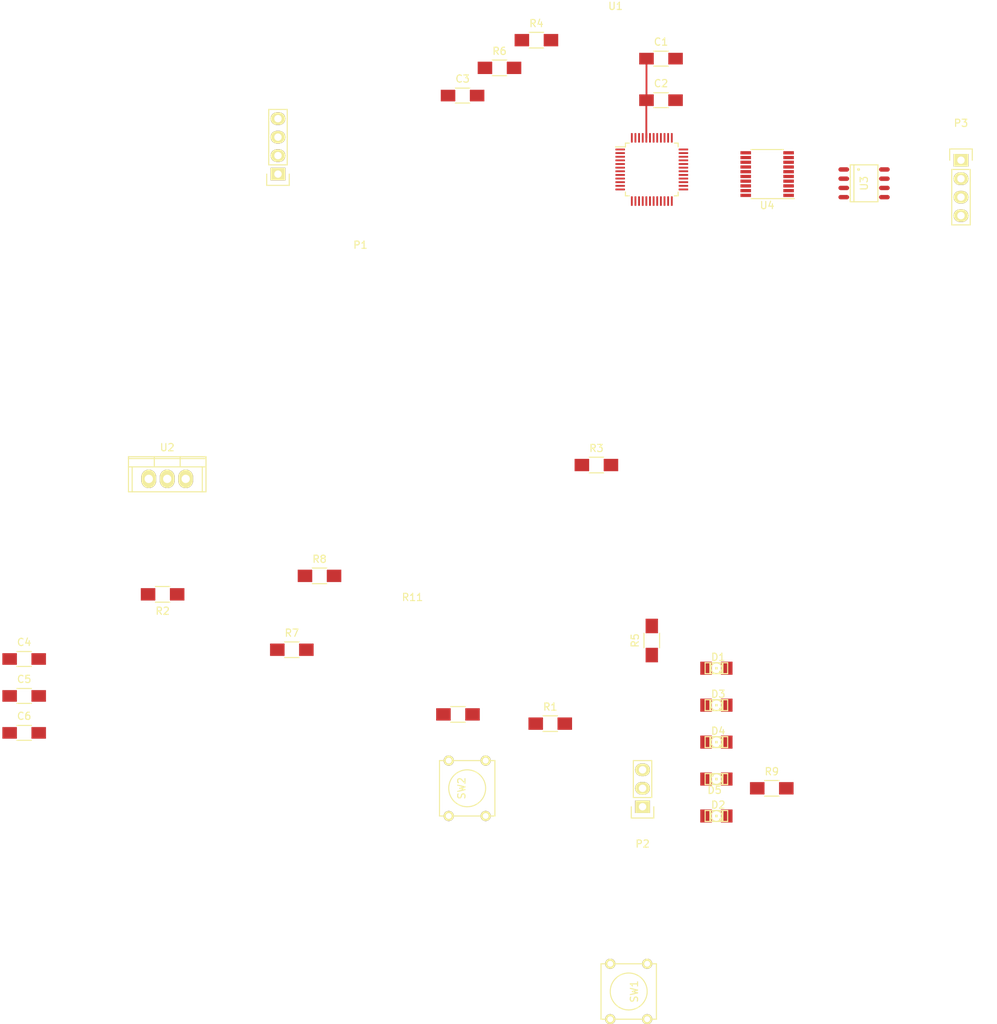
<source format=kicad_pcb>
(kicad_pcb (version 4) (host pcbnew "(2015-03-13 BZR 5510)-product")

  (general
    (links 75)
    (no_connects 73)
    (area 0 0 0 0)
    (thickness 1.6)
    (drawings 0)
    (tracks 3)
    (zones 0)
    (modules 30)
    (nets 66)
  )

  (page A4)
  (layers
    (0 F.Cu signal)
    (31 B.Cu signal)
    (32 B.Adhes user)
    (33 F.Adhes user)
    (34 B.Paste user)
    (35 F.Paste user)
    (36 B.SilkS user)
    (37 F.SilkS user)
    (38 B.Mask user)
    (39 F.Mask user)
    (40 Dwgs.User user)
    (41 Cmts.User user)
    (42 Eco1.User user)
    (43 Eco2.User user)
    (44 Edge.Cuts user)
    (45 Margin user)
    (46 B.CrtYd user)
    (47 F.CrtYd user)
    (48 B.Fab user)
    (49 F.Fab user)
  )

  (setup
    (last_trace_width 0.25)
    (trace_clearance 0.2)
    (zone_clearance 0.508)
    (zone_45_only no)
    (trace_min 0.2)
    (segment_width 0.2)
    (edge_width 0.1)
    (via_size 0.6)
    (via_drill 0.4)
    (via_min_size 0.4)
    (via_min_drill 0.3)
    (uvia_size 0.3)
    (uvia_drill 0.1)
    (uvias_allowed no)
    (uvia_min_size 0.2)
    (uvia_min_drill 0.1)
    (pcb_text_width 0.3)
    (pcb_text_size 1.5 1.5)
    (mod_edge_width 0.15)
    (mod_text_size 1 1)
    (mod_text_width 0.15)
    (pad_size 1.5 1.5)
    (pad_drill 0.6)
    (pad_to_mask_clearance 0)
    (aux_axis_origin 0 0)
    (visible_elements FFFFFF7F)
    (pcbplotparams
      (layerselection 0x00030_80000001)
      (usegerberextensions false)
      (excludeedgelayer true)
      (linewidth 0.100000)
      (plotframeref false)
      (viasonmask false)
      (mode 1)
      (useauxorigin false)
      (hpglpennumber 1)
      (hpglpenspeed 20)
      (hpglpendiameter 15)
      (hpglpenoverlay 2)
      (psnegative false)
      (psa4output false)
      (plotreference true)
      (plotvalue true)
      (plotinvisibletext false)
      (padsonsilk false)
      (subtractmaskfromsilk false)
      (outputformat 1)
      (mirror false)
      (drillshape 1)
      (scaleselection 1)
      (outputdirectory ""))
  )

  (net 0 "")
  (net 1 +3.3VP)
  (net 2 GND)
  (net 3 +5V)
  (net 4 "Net-(D1-Pad1)")
  (net 5 "Net-(D2-Pad1)")
  (net 6 "Net-(D3-Pad1)")
  (net 7 "Net-(D4-Pad1)")
  (net 8 "Net-(D5-Pad1)")
  (net 9 /MCU_SERIAL_RXD)
  (net 10 /MCU_SERIAL_TXD)
  (net 11 "Net-(P2-Pad1)")
  (net 12 /ISO_5V)
  (net 13 /ISO_CANL)
  (net 14 /ISO_CANH)
  (net 15 /ISO_GND)
  (net 16 "Net-(R1-Pad2)")
  (net 17 "Net-(R2-Pad2)")
  (net 18 "Net-(R3-Pad2)")
  (net 19 /MCU_LED10)
  (net 20 /MCU_LED0)
  (net 21 /MCU_LED1)
  (net 22 /MCU_LED2)
  (net 23 /MCU_LED3)
  (net 24 "Net-(R9-Pad2)")
  (net 25 "Net-(U1-Pad1)")
  (net 26 "Net-(U1-Pad2)")
  (net 27 "Net-(U1-Pad6)")
  (net 28 "Net-(U1-Pad7)")
  (net 29 "Net-(U1-Pad9)")
  (net 30 "Net-(U1-Pad10)")
  (net 31 "Net-(U1-Pad11)")
  (net 32 "Net-(U1-Pad12)")
  (net 33 "Net-(U1-Pad13)")
  (net 34 "Net-(U1-Pad15)")
  (net 35 "Net-(U1-Pad16)")
  (net 36 "Net-(U1-Pad23)")
  (net 37 "Net-(U1-Pad24)")
  (net 38 "Net-(U1-Pad26)")
  (net 39 /CAN_IFACE_MISO)
  (net 40 /CAN_IFACE_MOSI)
  (net 41 "Net-(U1-Pad29)")
  (net 42 "Net-(U1-Pad30)")
  (net 43 /CAN_IFACE_SCK)
  (net 44 "Net-(U1-Pad32)")
  (net 45 "Net-(U1-Pad33)")
  (net 46 "Net-(U1-Pad34)")
  (net 47 "Net-(U1-Pad35)")
  (net 48 "Net-(U1-Pad38)")
  (net 49 "Net-(U1-Pad39)")
  (net 50 "Net-(U1-Pad40)")
  (net 51 "Net-(U1-Pad42)")
  (net 52 "Net-(U1-Pad45)")
  (net 53 /CAN_TRAN_RXD)
  (net 54 /CAN_TRAN_TXD)
  (net 55 "Net-(U4-Pad3)")
  (net 56 "Net-(U4-Pad4)")
  (net 57 "Net-(U4-Pad5)")
  (net 58 "Net-(U4-Pad6)")
  (net 59 "Net-(U4-Pad7)")
  (net 60 "Net-(U4-Pad8)")
  (net 61 "Net-(U4-Pad9)")
  (net 62 "Net-(U4-Pad11)")
  (net 63 "Net-(U4-Pad12)")
  (net 64 "Net-(U4-Pad13)")
  (net 65 "Net-(U4-Pad15)")

  (net_class Default "This is the default net class."
    (clearance 0.2)
    (trace_width 0.25)
    (via_dia 0.6)
    (via_drill 0.4)
    (uvia_dia 0.3)
    (uvia_drill 0.1)
    (add_net +3.3VP)
    (add_net +5V)
    (add_net /CAN_IFACE_MISO)
    (add_net /CAN_IFACE_MOSI)
    (add_net /CAN_IFACE_SCK)
    (add_net /CAN_TRAN_RXD)
    (add_net /CAN_TRAN_TXD)
    (add_net /ISO_5V)
    (add_net /ISO_CANH)
    (add_net /ISO_CANL)
    (add_net /ISO_GND)
    (add_net /MCU_LED0)
    (add_net /MCU_LED1)
    (add_net /MCU_LED10)
    (add_net /MCU_LED2)
    (add_net /MCU_LED3)
    (add_net /MCU_SERIAL_RXD)
    (add_net /MCU_SERIAL_TXD)
    (add_net GND)
    (add_net "Net-(D1-Pad1)")
    (add_net "Net-(D2-Pad1)")
    (add_net "Net-(D3-Pad1)")
    (add_net "Net-(D4-Pad1)")
    (add_net "Net-(D5-Pad1)")
    (add_net "Net-(P2-Pad1)")
    (add_net "Net-(R1-Pad2)")
    (add_net "Net-(R2-Pad2)")
    (add_net "Net-(R3-Pad2)")
    (add_net "Net-(R9-Pad2)")
    (add_net "Net-(U1-Pad1)")
    (add_net "Net-(U1-Pad10)")
    (add_net "Net-(U1-Pad11)")
    (add_net "Net-(U1-Pad12)")
    (add_net "Net-(U1-Pad13)")
    (add_net "Net-(U1-Pad15)")
    (add_net "Net-(U1-Pad16)")
    (add_net "Net-(U1-Pad2)")
    (add_net "Net-(U1-Pad23)")
    (add_net "Net-(U1-Pad24)")
    (add_net "Net-(U1-Pad26)")
    (add_net "Net-(U1-Pad29)")
    (add_net "Net-(U1-Pad30)")
    (add_net "Net-(U1-Pad32)")
    (add_net "Net-(U1-Pad33)")
    (add_net "Net-(U1-Pad34)")
    (add_net "Net-(U1-Pad35)")
    (add_net "Net-(U1-Pad38)")
    (add_net "Net-(U1-Pad39)")
    (add_net "Net-(U1-Pad40)")
    (add_net "Net-(U1-Pad42)")
    (add_net "Net-(U1-Pad45)")
    (add_net "Net-(U1-Pad6)")
    (add_net "Net-(U1-Pad7)")
    (add_net "Net-(U1-Pad9)")
    (add_net "Net-(U4-Pad11)")
    (add_net "Net-(U4-Pad12)")
    (add_net "Net-(U4-Pad13)")
    (add_net "Net-(U4-Pad15)")
    (add_net "Net-(U4-Pad3)")
    (add_net "Net-(U4-Pad4)")
    (add_net "Net-(U4-Pad5)")
    (add_net "Net-(U4-Pad6)")
    (add_net "Net-(U4-Pad7)")
    (add_net "Net-(U4-Pad8)")
    (add_net "Net-(U4-Pad9)")
  )

  (module Capacitors_SMD:C_1206_HandSoldering (layer F.Cu) (tedit 55297E45) (tstamp 55297A0D)
    (at 200.66 21.59)
    (descr "Capacitor SMD 1206, hand soldering")
    (tags "capacitor 1206")
    (path /5520273C)
    (attr smd)
    (fp_text reference C1 (at 0 -2.3) (layer F.SilkS)
      (effects (font (size 1 1) (thickness 0.15)))
    )
    (fp_text value 10nF (at 5.715 0) (layer F.Fab)
      (effects (font (size 1 1) (thickness 0.15)))
    )
    (fp_line (start -3.3 -1.15) (end 3.3 -1.15) (layer F.CrtYd) (width 0.05))
    (fp_line (start -3.3 1.15) (end 3.3 1.15) (layer F.CrtYd) (width 0.05))
    (fp_line (start -3.3 -1.15) (end -3.3 1.15) (layer F.CrtYd) (width 0.05))
    (fp_line (start 3.3 -1.15) (end 3.3 1.15) (layer F.CrtYd) (width 0.05))
    (fp_line (start 1 -1.025) (end -1 -1.025) (layer F.SilkS) (width 0.15))
    (fp_line (start -1 1.025) (end 1 1.025) (layer F.SilkS) (width 0.15))
    (pad 1 smd rect (at -2 0) (size 2 1.6) (layers F.Cu F.Paste F.Mask)
      (net 1 +3.3VP))
    (pad 2 smd rect (at 2 0) (size 2 1.6) (layers F.Cu F.Paste F.Mask)
      (net 2 GND))
    (model Capacitors_SMD.3dshapes/C_1206_HandSoldering.wrl
      (at (xyz 0 0 0))
      (scale (xyz 1 1 1))
      (rotate (xyz 0 0 0))
    )
  )

  (module Capacitors_SMD:C_1206_HandSoldering (layer F.Cu) (tedit 55297E48) (tstamp 55297A13)
    (at 200.66 27.305)
    (descr "Capacitor SMD 1206, hand soldering")
    (tags "capacitor 1206")
    (path /55202767)
    (attr smd)
    (fp_text reference C2 (at 0 -2.3) (layer F.SilkS)
      (effects (font (size 1 1) (thickness 0.15)))
    )
    (fp_text value 10nF (at 5.715 0) (layer F.Fab)
      (effects (font (size 1 1) (thickness 0.15)))
    )
    (fp_line (start -3.3 -1.15) (end 3.3 -1.15) (layer F.CrtYd) (width 0.05))
    (fp_line (start -3.3 1.15) (end 3.3 1.15) (layer F.CrtYd) (width 0.05))
    (fp_line (start -3.3 -1.15) (end -3.3 1.15) (layer F.CrtYd) (width 0.05))
    (fp_line (start 3.3 -1.15) (end 3.3 1.15) (layer F.CrtYd) (width 0.05))
    (fp_line (start 1 -1.025) (end -1 -1.025) (layer F.SilkS) (width 0.15))
    (fp_line (start -1 1.025) (end 1 1.025) (layer F.SilkS) (width 0.15))
    (pad 1 smd rect (at -2 0) (size 2 1.6) (layers F.Cu F.Paste F.Mask)
      (net 1 +3.3VP))
    (pad 2 smd rect (at 2 0) (size 2 1.6) (layers F.Cu F.Paste F.Mask)
      (net 2 GND))
    (model Capacitors_SMD.3dshapes/C_1206_HandSoldering.wrl
      (at (xyz 0 0 0))
      (scale (xyz 1 1 1))
      (rotate (xyz 0 0 0))
    )
  )

  (module Capacitors_SMD:C_1206_HandSoldering (layer F.Cu) (tedit 541A9C03) (tstamp 55297A19)
    (at 173.355 26.67)
    (descr "Capacitor SMD 1206, hand soldering")
    (tags "capacitor 1206")
    (path /55204918)
    (attr smd)
    (fp_text reference C3 (at 0 -2.3) (layer F.SilkS)
      (effects (font (size 1 1) (thickness 0.15)))
    )
    (fp_text value 100nF (at 0 2.3) (layer F.Fab)
      (effects (font (size 1 1) (thickness 0.15)))
    )
    (fp_line (start -3.3 -1.15) (end 3.3 -1.15) (layer F.CrtYd) (width 0.05))
    (fp_line (start -3.3 1.15) (end 3.3 1.15) (layer F.CrtYd) (width 0.05))
    (fp_line (start -3.3 -1.15) (end -3.3 1.15) (layer F.CrtYd) (width 0.05))
    (fp_line (start 3.3 -1.15) (end 3.3 1.15) (layer F.CrtYd) (width 0.05))
    (fp_line (start 1 -1.025) (end -1 -1.025) (layer F.SilkS) (width 0.15))
    (fp_line (start -1 1.025) (end 1 1.025) (layer F.SilkS) (width 0.15))
    (pad 1 smd rect (at -2 0) (size 2 1.6) (layers F.Cu F.Paste F.Mask)
      (net 3 +5V))
    (pad 2 smd rect (at 2 0) (size 2 1.6) (layers F.Cu F.Paste F.Mask)
      (net 2 GND))
    (model Capacitors_SMD.3dshapes/C_1206_HandSoldering.wrl
      (at (xyz 0 0 0))
      (scale (xyz 1 1 1))
      (rotate (xyz 0 0 0))
    )
  )

  (module Capacitors_SMD:C_1206_HandSoldering (layer F.Cu) (tedit 541A9C03) (tstamp 55297A1F)
    (at 113.03 104.14)
    (descr "Capacitor SMD 1206, hand soldering")
    (tags "capacitor 1206")
    (path /552048CF)
    (attr smd)
    (fp_text reference C4 (at 0 -2.3) (layer F.SilkS)
      (effects (font (size 1 1) (thickness 0.15)))
    )
    (fp_text value 100nF (at 0 2.3) (layer F.Fab)
      (effects (font (size 1 1) (thickness 0.15)))
    )
    (fp_line (start -3.3 -1.15) (end 3.3 -1.15) (layer F.CrtYd) (width 0.05))
    (fp_line (start -3.3 1.15) (end 3.3 1.15) (layer F.CrtYd) (width 0.05))
    (fp_line (start -3.3 -1.15) (end -3.3 1.15) (layer F.CrtYd) (width 0.05))
    (fp_line (start 3.3 -1.15) (end 3.3 1.15) (layer F.CrtYd) (width 0.05))
    (fp_line (start 1 -1.025) (end -1 -1.025) (layer F.SilkS) (width 0.15))
    (fp_line (start -1 1.025) (end 1 1.025) (layer F.SilkS) (width 0.15))
    (pad 1 smd rect (at -2 0) (size 2 1.6) (layers F.Cu F.Paste F.Mask)
      (net 1 +3.3VP))
    (pad 2 smd rect (at 2 0) (size 2 1.6) (layers F.Cu F.Paste F.Mask)
      (net 2 GND))
    (model Capacitors_SMD.3dshapes/C_1206_HandSoldering.wrl
      (at (xyz 0 0 0))
      (scale (xyz 1 1 1))
      (rotate (xyz 0 0 0))
    )
  )

  (module Capacitors_SMD:C_1206_HandSoldering (layer F.Cu) (tedit 541A9C03) (tstamp 55297A25)
    (at 113.03 109.22)
    (descr "Capacitor SMD 1206, hand soldering")
    (tags "capacitor 1206")
    (path /5529D5B0)
    (attr smd)
    (fp_text reference C5 (at 0 -2.3) (layer F.SilkS)
      (effects (font (size 1 1) (thickness 0.15)))
    )
    (fp_text value 10nF (at 0 2.3) (layer F.Fab)
      (effects (font (size 1 1) (thickness 0.15)))
    )
    (fp_line (start -3.3 -1.15) (end 3.3 -1.15) (layer F.CrtYd) (width 0.05))
    (fp_line (start -3.3 1.15) (end 3.3 1.15) (layer F.CrtYd) (width 0.05))
    (fp_line (start -3.3 -1.15) (end -3.3 1.15) (layer F.CrtYd) (width 0.05))
    (fp_line (start 3.3 -1.15) (end 3.3 1.15) (layer F.CrtYd) (width 0.05))
    (fp_line (start 1 -1.025) (end -1 -1.025) (layer F.SilkS) (width 0.15))
    (fp_line (start -1 1.025) (end 1 1.025) (layer F.SilkS) (width 0.15))
    (pad 1 smd rect (at -2 0) (size 2 1.6) (layers F.Cu F.Paste F.Mask)
      (net 1 +3.3VP))
    (pad 2 smd rect (at 2 0) (size 2 1.6) (layers F.Cu F.Paste F.Mask)
      (net 2 GND))
    (model Capacitors_SMD.3dshapes/C_1206_HandSoldering.wrl
      (at (xyz 0 0 0))
      (scale (xyz 1 1 1))
      (rotate (xyz 0 0 0))
    )
  )

  (module Capacitors_SMD:C_1206_HandSoldering (layer F.Cu) (tedit 541A9C03) (tstamp 55297A2B)
    (at 113.03 114.3)
    (descr "Capacitor SMD 1206, hand soldering")
    (tags "capacitor 1206")
    (path /5529D552)
    (attr smd)
    (fp_text reference C6 (at 0 -2.3) (layer F.SilkS)
      (effects (font (size 1 1) (thickness 0.15)))
    )
    (fp_text value 10nF (at 0 2.3) (layer F.Fab)
      (effects (font (size 1 1) (thickness 0.15)))
    )
    (fp_line (start -3.3 -1.15) (end 3.3 -1.15) (layer F.CrtYd) (width 0.05))
    (fp_line (start -3.3 1.15) (end 3.3 1.15) (layer F.CrtYd) (width 0.05))
    (fp_line (start -3.3 -1.15) (end -3.3 1.15) (layer F.CrtYd) (width 0.05))
    (fp_line (start 3.3 -1.15) (end 3.3 1.15) (layer F.CrtYd) (width 0.05))
    (fp_line (start 1 -1.025) (end -1 -1.025) (layer F.SilkS) (width 0.15))
    (fp_line (start -1 1.025) (end 1 1.025) (layer F.SilkS) (width 0.15))
    (pad 1 smd rect (at -2 0) (size 2 1.6) (layers F.Cu F.Paste F.Mask)
      (net 1 +3.3VP))
    (pad 2 smd rect (at 2 0) (size 2 1.6) (layers F.Cu F.Paste F.Mask)
      (net 2 GND))
    (model Capacitors_SMD.3dshapes/C_1206_HandSoldering.wrl
      (at (xyz 0 0 0))
      (scale (xyz 1 1 1))
      (rotate (xyz 0 0 0))
    )
  )

  (module LEDs:LED-1206 (layer F.Cu) (tedit 0) (tstamp 55297A31)
    (at 208.28 105.41)
    (descr "LED 1206 smd package")
    (tags "LED1206 SMD")
    (path /55203DD3)
    (attr smd)
    (fp_text reference D1 (at 0.254 -1.524) (layer F.SilkS)
      (effects (font (size 1 1) (thickness 0.15)))
    )
    (fp_text value LED (at 0 1.524) (layer F.Fab)
      (effects (font (size 1 1) (thickness 0.15)))
    )
    (fp_line (start -0.09906 0.09906) (end 0.09906 0.09906) (layer F.SilkS) (width 0.15))
    (fp_line (start 0.09906 0.09906) (end 0.09906 -0.09906) (layer F.SilkS) (width 0.15))
    (fp_line (start -0.09906 -0.09906) (end 0.09906 -0.09906) (layer F.SilkS) (width 0.15))
    (fp_line (start -0.09906 0.09906) (end -0.09906 -0.09906) (layer F.SilkS) (width 0.15))
    (fp_line (start 0.44958 0.6985) (end 0.79756 0.6985) (layer F.SilkS) (width 0.15))
    (fp_line (start 0.79756 0.6985) (end 0.79756 0.44958) (layer F.SilkS) (width 0.15))
    (fp_line (start 0.44958 0.44958) (end 0.79756 0.44958) (layer F.SilkS) (width 0.15))
    (fp_line (start 0.44958 0.6985) (end 0.44958 0.44958) (layer F.SilkS) (width 0.15))
    (fp_line (start 0.79756 0.6985) (end 0.89916 0.6985) (layer F.SilkS) (width 0.15))
    (fp_line (start 0.89916 0.6985) (end 0.89916 -0.49784) (layer F.SilkS) (width 0.15))
    (fp_line (start 0.79756 -0.49784) (end 0.89916 -0.49784) (layer F.SilkS) (width 0.15))
    (fp_line (start 0.79756 0.6985) (end 0.79756 -0.49784) (layer F.SilkS) (width 0.15))
    (fp_line (start 0.79756 -0.54864) (end 0.89916 -0.54864) (layer F.SilkS) (width 0.15))
    (fp_line (start 0.89916 -0.54864) (end 0.89916 -0.6985) (layer F.SilkS) (width 0.15))
    (fp_line (start 0.79756 -0.6985) (end 0.89916 -0.6985) (layer F.SilkS) (width 0.15))
    (fp_line (start 0.79756 -0.54864) (end 0.79756 -0.6985) (layer F.SilkS) (width 0.15))
    (fp_line (start -0.89916 0.6985) (end -0.79756 0.6985) (layer F.SilkS) (width 0.15))
    (fp_line (start -0.79756 0.6985) (end -0.79756 -0.49784) (layer F.SilkS) (width 0.15))
    (fp_line (start -0.89916 -0.49784) (end -0.79756 -0.49784) (layer F.SilkS) (width 0.15))
    (fp_line (start -0.89916 0.6985) (end -0.89916 -0.49784) (layer F.SilkS) (width 0.15))
    (fp_line (start -0.89916 -0.54864) (end -0.79756 -0.54864) (layer F.SilkS) (width 0.15))
    (fp_line (start -0.79756 -0.54864) (end -0.79756 -0.6985) (layer F.SilkS) (width 0.15))
    (fp_line (start -0.89916 -0.6985) (end -0.79756 -0.6985) (layer F.SilkS) (width 0.15))
    (fp_line (start -0.89916 -0.54864) (end -0.89916 -0.6985) (layer F.SilkS) (width 0.15))
    (fp_line (start 0.44958 0.6985) (end 0.59944 0.6985) (layer F.SilkS) (width 0.15))
    (fp_line (start 0.59944 0.6985) (end 0.59944 0.44958) (layer F.SilkS) (width 0.15))
    (fp_line (start 0.44958 0.44958) (end 0.59944 0.44958) (layer F.SilkS) (width 0.15))
    (fp_line (start 0.44958 0.6985) (end 0.44958 0.44958) (layer F.SilkS) (width 0.15))
    (fp_line (start 1.5494 0.7493) (end -1.5494 0.7493) (layer F.SilkS) (width 0.15))
    (fp_line (start -1.5494 0.7493) (end -1.5494 -0.7493) (layer F.SilkS) (width 0.15))
    (fp_line (start -1.5494 -0.7493) (end 1.5494 -0.7493) (layer F.SilkS) (width 0.15))
    (fp_line (start 1.5494 -0.7493) (end 1.5494 0.7493) (layer F.SilkS) (width 0.15))
    (fp_arc (start 0 0) (end 0.54864 0.49784) (angle 95.4) (layer F.SilkS) (width 0.15))
    (fp_arc (start 0 0) (end -0.54864 0.49784) (angle 84.5) (layer F.SilkS) (width 0.15))
    (fp_arc (start 0 0) (end -0.54864 -0.49784) (angle 95.4) (layer F.SilkS) (width 0.15))
    (fp_arc (start 0 0) (end 0.54864 -0.49784) (angle 84.5) (layer F.SilkS) (width 0.15))
    (pad 1 smd rect (at -1.41986 0) (size 1.59766 1.80086) (layers F.Cu F.Paste F.Mask)
      (net 4 "Net-(D1-Pad1)"))
    (pad 2 smd rect (at 1.41986 0) (size 1.59766 1.80086) (layers F.Cu F.Paste F.Mask)
      (net 2 GND))
  )

  (module LEDs:LED-1206 (layer F.Cu) (tedit 0) (tstamp 55297A37)
    (at 208.28 125.73)
    (descr "LED 1206 smd package")
    (tags "LED1206 SMD")
    (path /55294F7B)
    (attr smd)
    (fp_text reference D2 (at 0.254 -1.524) (layer F.SilkS)
      (effects (font (size 1 1) (thickness 0.15)))
    )
    (fp_text value LED (at 0 1.524) (layer F.Fab)
      (effects (font (size 1 1) (thickness 0.15)))
    )
    (fp_line (start -0.09906 0.09906) (end 0.09906 0.09906) (layer F.SilkS) (width 0.15))
    (fp_line (start 0.09906 0.09906) (end 0.09906 -0.09906) (layer F.SilkS) (width 0.15))
    (fp_line (start -0.09906 -0.09906) (end 0.09906 -0.09906) (layer F.SilkS) (width 0.15))
    (fp_line (start -0.09906 0.09906) (end -0.09906 -0.09906) (layer F.SilkS) (width 0.15))
    (fp_line (start 0.44958 0.6985) (end 0.79756 0.6985) (layer F.SilkS) (width 0.15))
    (fp_line (start 0.79756 0.6985) (end 0.79756 0.44958) (layer F.SilkS) (width 0.15))
    (fp_line (start 0.44958 0.44958) (end 0.79756 0.44958) (layer F.SilkS) (width 0.15))
    (fp_line (start 0.44958 0.6985) (end 0.44958 0.44958) (layer F.SilkS) (width 0.15))
    (fp_line (start 0.79756 0.6985) (end 0.89916 0.6985) (layer F.SilkS) (width 0.15))
    (fp_line (start 0.89916 0.6985) (end 0.89916 -0.49784) (layer F.SilkS) (width 0.15))
    (fp_line (start 0.79756 -0.49784) (end 0.89916 -0.49784) (layer F.SilkS) (width 0.15))
    (fp_line (start 0.79756 0.6985) (end 0.79756 -0.49784) (layer F.SilkS) (width 0.15))
    (fp_line (start 0.79756 -0.54864) (end 0.89916 -0.54864) (layer F.SilkS) (width 0.15))
    (fp_line (start 0.89916 -0.54864) (end 0.89916 -0.6985) (layer F.SilkS) (width 0.15))
    (fp_line (start 0.79756 -0.6985) (end 0.89916 -0.6985) (layer F.SilkS) (width 0.15))
    (fp_line (start 0.79756 -0.54864) (end 0.79756 -0.6985) (layer F.SilkS) (width 0.15))
    (fp_line (start -0.89916 0.6985) (end -0.79756 0.6985) (layer F.SilkS) (width 0.15))
    (fp_line (start -0.79756 0.6985) (end -0.79756 -0.49784) (layer F.SilkS) (width 0.15))
    (fp_line (start -0.89916 -0.49784) (end -0.79756 -0.49784) (layer F.SilkS) (width 0.15))
    (fp_line (start -0.89916 0.6985) (end -0.89916 -0.49784) (layer F.SilkS) (width 0.15))
    (fp_line (start -0.89916 -0.54864) (end -0.79756 -0.54864) (layer F.SilkS) (width 0.15))
    (fp_line (start -0.79756 -0.54864) (end -0.79756 -0.6985) (layer F.SilkS) (width 0.15))
    (fp_line (start -0.89916 -0.6985) (end -0.79756 -0.6985) (layer F.SilkS) (width 0.15))
    (fp_line (start -0.89916 -0.54864) (end -0.89916 -0.6985) (layer F.SilkS) (width 0.15))
    (fp_line (start 0.44958 0.6985) (end 0.59944 0.6985) (layer F.SilkS) (width 0.15))
    (fp_line (start 0.59944 0.6985) (end 0.59944 0.44958) (layer F.SilkS) (width 0.15))
    (fp_line (start 0.44958 0.44958) (end 0.59944 0.44958) (layer F.SilkS) (width 0.15))
    (fp_line (start 0.44958 0.6985) (end 0.44958 0.44958) (layer F.SilkS) (width 0.15))
    (fp_line (start 1.5494 0.7493) (end -1.5494 0.7493) (layer F.SilkS) (width 0.15))
    (fp_line (start -1.5494 0.7493) (end -1.5494 -0.7493) (layer F.SilkS) (width 0.15))
    (fp_line (start -1.5494 -0.7493) (end 1.5494 -0.7493) (layer F.SilkS) (width 0.15))
    (fp_line (start 1.5494 -0.7493) (end 1.5494 0.7493) (layer F.SilkS) (width 0.15))
    (fp_arc (start 0 0) (end 0.54864 0.49784) (angle 95.4) (layer F.SilkS) (width 0.15))
    (fp_arc (start 0 0) (end -0.54864 0.49784) (angle 84.5) (layer F.SilkS) (width 0.15))
    (fp_arc (start 0 0) (end -0.54864 -0.49784) (angle 95.4) (layer F.SilkS) (width 0.15))
    (fp_arc (start 0 0) (end 0.54864 -0.49784) (angle 84.5) (layer F.SilkS) (width 0.15))
    (pad 1 smd rect (at -1.41986 0) (size 1.59766 1.80086) (layers F.Cu F.Paste F.Mask)
      (net 5 "Net-(D2-Pad1)"))
    (pad 2 smd rect (at 1.41986 0) (size 1.59766 1.80086) (layers F.Cu F.Paste F.Mask)
      (net 2 GND))
  )

  (module LEDs:LED-1206 (layer F.Cu) (tedit 0) (tstamp 55297DEE)
    (at 208.28 110.49)
    (descr "LED 1206 smd package")
    (tags "LED1206 SMD")
    (path /55294FED)
    (attr smd)
    (fp_text reference D3 (at 0.254 -1.524) (layer F.SilkS)
      (effects (font (size 1 1) (thickness 0.15)))
    )
    (fp_text value LED (at 0 1.524) (layer F.Fab)
      (effects (font (size 1 1) (thickness 0.15)))
    )
    (fp_line (start -0.09906 0.09906) (end 0.09906 0.09906) (layer F.SilkS) (width 0.15))
    (fp_line (start 0.09906 0.09906) (end 0.09906 -0.09906) (layer F.SilkS) (width 0.15))
    (fp_line (start -0.09906 -0.09906) (end 0.09906 -0.09906) (layer F.SilkS) (width 0.15))
    (fp_line (start -0.09906 0.09906) (end -0.09906 -0.09906) (layer F.SilkS) (width 0.15))
    (fp_line (start 0.44958 0.6985) (end 0.79756 0.6985) (layer F.SilkS) (width 0.15))
    (fp_line (start 0.79756 0.6985) (end 0.79756 0.44958) (layer F.SilkS) (width 0.15))
    (fp_line (start 0.44958 0.44958) (end 0.79756 0.44958) (layer F.SilkS) (width 0.15))
    (fp_line (start 0.44958 0.6985) (end 0.44958 0.44958) (layer F.SilkS) (width 0.15))
    (fp_line (start 0.79756 0.6985) (end 0.89916 0.6985) (layer F.SilkS) (width 0.15))
    (fp_line (start 0.89916 0.6985) (end 0.89916 -0.49784) (layer F.SilkS) (width 0.15))
    (fp_line (start 0.79756 -0.49784) (end 0.89916 -0.49784) (layer F.SilkS) (width 0.15))
    (fp_line (start 0.79756 0.6985) (end 0.79756 -0.49784) (layer F.SilkS) (width 0.15))
    (fp_line (start 0.79756 -0.54864) (end 0.89916 -0.54864) (layer F.SilkS) (width 0.15))
    (fp_line (start 0.89916 -0.54864) (end 0.89916 -0.6985) (layer F.SilkS) (width 0.15))
    (fp_line (start 0.79756 -0.6985) (end 0.89916 -0.6985) (layer F.SilkS) (width 0.15))
    (fp_line (start 0.79756 -0.54864) (end 0.79756 -0.6985) (layer F.SilkS) (width 0.15))
    (fp_line (start -0.89916 0.6985) (end -0.79756 0.6985) (layer F.SilkS) (width 0.15))
    (fp_line (start -0.79756 0.6985) (end -0.79756 -0.49784) (layer F.SilkS) (width 0.15))
    (fp_line (start -0.89916 -0.49784) (end -0.79756 -0.49784) (layer F.SilkS) (width 0.15))
    (fp_line (start -0.89916 0.6985) (end -0.89916 -0.49784) (layer F.SilkS) (width 0.15))
    (fp_line (start -0.89916 -0.54864) (end -0.79756 -0.54864) (layer F.SilkS) (width 0.15))
    (fp_line (start -0.79756 -0.54864) (end -0.79756 -0.6985) (layer F.SilkS) (width 0.15))
    (fp_line (start -0.89916 -0.6985) (end -0.79756 -0.6985) (layer F.SilkS) (width 0.15))
    (fp_line (start -0.89916 -0.54864) (end -0.89916 -0.6985) (layer F.SilkS) (width 0.15))
    (fp_line (start 0.44958 0.6985) (end 0.59944 0.6985) (layer F.SilkS) (width 0.15))
    (fp_line (start 0.59944 0.6985) (end 0.59944 0.44958) (layer F.SilkS) (width 0.15))
    (fp_line (start 0.44958 0.44958) (end 0.59944 0.44958) (layer F.SilkS) (width 0.15))
    (fp_line (start 0.44958 0.6985) (end 0.44958 0.44958) (layer F.SilkS) (width 0.15))
    (fp_line (start 1.5494 0.7493) (end -1.5494 0.7493) (layer F.SilkS) (width 0.15))
    (fp_line (start -1.5494 0.7493) (end -1.5494 -0.7493) (layer F.SilkS) (width 0.15))
    (fp_line (start -1.5494 -0.7493) (end 1.5494 -0.7493) (layer F.SilkS) (width 0.15))
    (fp_line (start 1.5494 -0.7493) (end 1.5494 0.7493) (layer F.SilkS) (width 0.15))
    (fp_arc (start 0 0) (end 0.54864 0.49784) (angle 95.4) (layer F.SilkS) (width 0.15))
    (fp_arc (start 0 0) (end -0.54864 0.49784) (angle 84.5) (layer F.SilkS) (width 0.15))
    (fp_arc (start 0 0) (end -0.54864 -0.49784) (angle 95.4) (layer F.SilkS) (width 0.15))
    (fp_arc (start 0 0) (end 0.54864 -0.49784) (angle 84.5) (layer F.SilkS) (width 0.15))
    (pad 1 smd rect (at -1.41986 0) (size 1.59766 1.80086) (layers F.Cu F.Paste F.Mask)
      (net 6 "Net-(D3-Pad1)"))
    (pad 2 smd rect (at 1.41986 0) (size 1.59766 1.80086) (layers F.Cu F.Paste F.Mask)
      (net 2 GND))
  )

  (module LEDs:LED-1206 (layer F.Cu) (tedit 0) (tstamp 55297A43)
    (at 208.28 115.57)
    (descr "LED 1206 smd package")
    (tags "LED1206 SMD")
    (path /55295001)
    (attr smd)
    (fp_text reference D4 (at 0.254 -1.524) (layer F.SilkS)
      (effects (font (size 1 1) (thickness 0.15)))
    )
    (fp_text value LED (at 0 1.524) (layer F.Fab)
      (effects (font (size 1 1) (thickness 0.15)))
    )
    (fp_line (start -0.09906 0.09906) (end 0.09906 0.09906) (layer F.SilkS) (width 0.15))
    (fp_line (start 0.09906 0.09906) (end 0.09906 -0.09906) (layer F.SilkS) (width 0.15))
    (fp_line (start -0.09906 -0.09906) (end 0.09906 -0.09906) (layer F.SilkS) (width 0.15))
    (fp_line (start -0.09906 0.09906) (end -0.09906 -0.09906) (layer F.SilkS) (width 0.15))
    (fp_line (start 0.44958 0.6985) (end 0.79756 0.6985) (layer F.SilkS) (width 0.15))
    (fp_line (start 0.79756 0.6985) (end 0.79756 0.44958) (layer F.SilkS) (width 0.15))
    (fp_line (start 0.44958 0.44958) (end 0.79756 0.44958) (layer F.SilkS) (width 0.15))
    (fp_line (start 0.44958 0.6985) (end 0.44958 0.44958) (layer F.SilkS) (width 0.15))
    (fp_line (start 0.79756 0.6985) (end 0.89916 0.6985) (layer F.SilkS) (width 0.15))
    (fp_line (start 0.89916 0.6985) (end 0.89916 -0.49784) (layer F.SilkS) (width 0.15))
    (fp_line (start 0.79756 -0.49784) (end 0.89916 -0.49784) (layer F.SilkS) (width 0.15))
    (fp_line (start 0.79756 0.6985) (end 0.79756 -0.49784) (layer F.SilkS) (width 0.15))
    (fp_line (start 0.79756 -0.54864) (end 0.89916 -0.54864) (layer F.SilkS) (width 0.15))
    (fp_line (start 0.89916 -0.54864) (end 0.89916 -0.6985) (layer F.SilkS) (width 0.15))
    (fp_line (start 0.79756 -0.6985) (end 0.89916 -0.6985) (layer F.SilkS) (width 0.15))
    (fp_line (start 0.79756 -0.54864) (end 0.79756 -0.6985) (layer F.SilkS) (width 0.15))
    (fp_line (start -0.89916 0.6985) (end -0.79756 0.6985) (layer F.SilkS) (width 0.15))
    (fp_line (start -0.79756 0.6985) (end -0.79756 -0.49784) (layer F.SilkS) (width 0.15))
    (fp_line (start -0.89916 -0.49784) (end -0.79756 -0.49784) (layer F.SilkS) (width 0.15))
    (fp_line (start -0.89916 0.6985) (end -0.89916 -0.49784) (layer F.SilkS) (width 0.15))
    (fp_line (start -0.89916 -0.54864) (end -0.79756 -0.54864) (layer F.SilkS) (width 0.15))
    (fp_line (start -0.79756 -0.54864) (end -0.79756 -0.6985) (layer F.SilkS) (width 0.15))
    (fp_line (start -0.89916 -0.6985) (end -0.79756 -0.6985) (layer F.SilkS) (width 0.15))
    (fp_line (start -0.89916 -0.54864) (end -0.89916 -0.6985) (layer F.SilkS) (width 0.15))
    (fp_line (start 0.44958 0.6985) (end 0.59944 0.6985) (layer F.SilkS) (width 0.15))
    (fp_line (start 0.59944 0.6985) (end 0.59944 0.44958) (layer F.SilkS) (width 0.15))
    (fp_line (start 0.44958 0.44958) (end 0.59944 0.44958) (layer F.SilkS) (width 0.15))
    (fp_line (start 0.44958 0.6985) (end 0.44958 0.44958) (layer F.SilkS) (width 0.15))
    (fp_line (start 1.5494 0.7493) (end -1.5494 0.7493) (layer F.SilkS) (width 0.15))
    (fp_line (start -1.5494 0.7493) (end -1.5494 -0.7493) (layer F.SilkS) (width 0.15))
    (fp_line (start -1.5494 -0.7493) (end 1.5494 -0.7493) (layer F.SilkS) (width 0.15))
    (fp_line (start 1.5494 -0.7493) (end 1.5494 0.7493) (layer F.SilkS) (width 0.15))
    (fp_arc (start 0 0) (end 0.54864 0.49784) (angle 95.4) (layer F.SilkS) (width 0.15))
    (fp_arc (start 0 0) (end -0.54864 0.49784) (angle 84.5) (layer F.SilkS) (width 0.15))
    (fp_arc (start 0 0) (end -0.54864 -0.49784) (angle 95.4) (layer F.SilkS) (width 0.15))
    (fp_arc (start 0 0) (end 0.54864 -0.49784) (angle 84.5) (layer F.SilkS) (width 0.15))
    (pad 1 smd rect (at -1.41986 0) (size 1.59766 1.80086) (layers F.Cu F.Paste F.Mask)
      (net 7 "Net-(D4-Pad1)"))
    (pad 2 smd rect (at 1.41986 0) (size 1.59766 1.80086) (layers F.Cu F.Paste F.Mask)
      (net 2 GND))
  )

  (module LEDs:LED-1206 (layer F.Cu) (tedit 0) (tstamp 55297A49)
    (at 208.28 120.65 180)
    (descr "LED 1206 smd package")
    (tags "LED1206 SMD")
    (path /55295055)
    (attr smd)
    (fp_text reference D5 (at 0.254 -1.524 180) (layer F.SilkS)
      (effects (font (size 1 1) (thickness 0.15)))
    )
    (fp_text value LED (at 0 1.524 180) (layer F.Fab)
      (effects (font (size 1 1) (thickness 0.15)))
    )
    (fp_line (start -0.09906 0.09906) (end 0.09906 0.09906) (layer F.SilkS) (width 0.15))
    (fp_line (start 0.09906 0.09906) (end 0.09906 -0.09906) (layer F.SilkS) (width 0.15))
    (fp_line (start -0.09906 -0.09906) (end 0.09906 -0.09906) (layer F.SilkS) (width 0.15))
    (fp_line (start -0.09906 0.09906) (end -0.09906 -0.09906) (layer F.SilkS) (width 0.15))
    (fp_line (start 0.44958 0.6985) (end 0.79756 0.6985) (layer F.SilkS) (width 0.15))
    (fp_line (start 0.79756 0.6985) (end 0.79756 0.44958) (layer F.SilkS) (width 0.15))
    (fp_line (start 0.44958 0.44958) (end 0.79756 0.44958) (layer F.SilkS) (width 0.15))
    (fp_line (start 0.44958 0.6985) (end 0.44958 0.44958) (layer F.SilkS) (width 0.15))
    (fp_line (start 0.79756 0.6985) (end 0.89916 0.6985) (layer F.SilkS) (width 0.15))
    (fp_line (start 0.89916 0.6985) (end 0.89916 -0.49784) (layer F.SilkS) (width 0.15))
    (fp_line (start 0.79756 -0.49784) (end 0.89916 -0.49784) (layer F.SilkS) (width 0.15))
    (fp_line (start 0.79756 0.6985) (end 0.79756 -0.49784) (layer F.SilkS) (width 0.15))
    (fp_line (start 0.79756 -0.54864) (end 0.89916 -0.54864) (layer F.SilkS) (width 0.15))
    (fp_line (start 0.89916 -0.54864) (end 0.89916 -0.6985) (layer F.SilkS) (width 0.15))
    (fp_line (start 0.79756 -0.6985) (end 0.89916 -0.6985) (layer F.SilkS) (width 0.15))
    (fp_line (start 0.79756 -0.54864) (end 0.79756 -0.6985) (layer F.SilkS) (width 0.15))
    (fp_line (start -0.89916 0.6985) (end -0.79756 0.6985) (layer F.SilkS) (width 0.15))
    (fp_line (start -0.79756 0.6985) (end -0.79756 -0.49784) (layer F.SilkS) (width 0.15))
    (fp_line (start -0.89916 -0.49784) (end -0.79756 -0.49784) (layer F.SilkS) (width 0.15))
    (fp_line (start -0.89916 0.6985) (end -0.89916 -0.49784) (layer F.SilkS) (width 0.15))
    (fp_line (start -0.89916 -0.54864) (end -0.79756 -0.54864) (layer F.SilkS) (width 0.15))
    (fp_line (start -0.79756 -0.54864) (end -0.79756 -0.6985) (layer F.SilkS) (width 0.15))
    (fp_line (start -0.89916 -0.6985) (end -0.79756 -0.6985) (layer F.SilkS) (width 0.15))
    (fp_line (start -0.89916 -0.54864) (end -0.89916 -0.6985) (layer F.SilkS) (width 0.15))
    (fp_line (start 0.44958 0.6985) (end 0.59944 0.6985) (layer F.SilkS) (width 0.15))
    (fp_line (start 0.59944 0.6985) (end 0.59944 0.44958) (layer F.SilkS) (width 0.15))
    (fp_line (start 0.44958 0.44958) (end 0.59944 0.44958) (layer F.SilkS) (width 0.15))
    (fp_line (start 0.44958 0.6985) (end 0.44958 0.44958) (layer F.SilkS) (width 0.15))
    (fp_line (start 1.5494 0.7493) (end -1.5494 0.7493) (layer F.SilkS) (width 0.15))
    (fp_line (start -1.5494 0.7493) (end -1.5494 -0.7493) (layer F.SilkS) (width 0.15))
    (fp_line (start -1.5494 -0.7493) (end 1.5494 -0.7493) (layer F.SilkS) (width 0.15))
    (fp_line (start 1.5494 -0.7493) (end 1.5494 0.7493) (layer F.SilkS) (width 0.15))
    (fp_arc (start 0 0) (end 0.54864 0.49784) (angle 95.4) (layer F.SilkS) (width 0.15))
    (fp_arc (start 0 0) (end -0.54864 0.49784) (angle 84.5) (layer F.SilkS) (width 0.15))
    (fp_arc (start 0 0) (end -0.54864 -0.49784) (angle 95.4) (layer F.SilkS) (width 0.15))
    (fp_arc (start 0 0) (end 0.54864 -0.49784) (angle 84.5) (layer F.SilkS) (width 0.15))
    (pad 1 smd rect (at -1.41986 0 180) (size 1.59766 1.80086) (layers F.Cu F.Paste F.Mask)
      (net 8 "Net-(D5-Pad1)"))
    (pad 2 smd rect (at 1.41986 0 180) (size 1.59766 1.80086) (layers F.Cu F.Paste F.Mask)
      (net 2 GND))
  )

  (module Pin_Headers:Pin_Header_Straight_1x04 (layer F.Cu) (tedit 552979C2) (tstamp 55297A51)
    (at 147.955 37.465 180)
    (descr "Through hole pin header")
    (tags "pin header")
    (path /552952B3)
    (fp_text reference P1 (at -11.3411 -9.7536 180) (layer F.SilkS)
      (effects (font (size 1 1) (thickness 0.15)))
    )
    (fp_text value CONN_01X04 (at 0 -3.1 180) (layer F.Fab)
      (effects (font (size 1 1) (thickness 0.15)))
    )
    (fp_line (start -1.75 -1.75) (end -1.75 9.4) (layer F.CrtYd) (width 0.05))
    (fp_line (start 1.75 -1.75) (end 1.75 9.4) (layer F.CrtYd) (width 0.05))
    (fp_line (start -1.75 -1.75) (end 1.75 -1.75) (layer F.CrtYd) (width 0.05))
    (fp_line (start -1.75 9.4) (end 1.75 9.4) (layer F.CrtYd) (width 0.05))
    (fp_line (start -1.27 1.27) (end -1.27 8.89) (layer F.SilkS) (width 0.15))
    (fp_line (start 1.27 1.27) (end 1.27 8.89) (layer F.SilkS) (width 0.15))
    (fp_line (start 1.55 -1.55) (end 1.55 0) (layer F.SilkS) (width 0.15))
    (fp_line (start -1.27 8.89) (end 1.27 8.89) (layer F.SilkS) (width 0.15))
    (fp_line (start 1.27 1.27) (end -1.27 1.27) (layer F.SilkS) (width 0.15))
    (fp_line (start -1.55 0) (end -1.55 -1.55) (layer F.SilkS) (width 0.15))
    (fp_line (start -1.55 -1.55) (end 1.55 -1.55) (layer F.SilkS) (width 0.15))
    (pad 1 thru_hole rect (at 0 0 180) (size 2.032 1.7272) (drill 1.016) (layers *.Cu *.Mask F.SilkS)
      (net 1 +3.3VP))
    (pad 2 thru_hole oval (at 0 2.54 180) (size 2.032 1.7272) (drill 1.016) (layers *.Cu *.Mask F.SilkS)
      (net 2 GND))
    (pad 3 thru_hole oval (at 0 5.08 180) (size 2.032 1.7272) (drill 1.016) (layers *.Cu *.Mask F.SilkS)
      (net 9 /MCU_SERIAL_RXD))
    (pad 4 thru_hole oval (at 0 7.62 180) (size 2.032 1.7272) (drill 1.016) (layers *.Cu *.Mask F.SilkS)
      (net 10 /MCU_SERIAL_TXD))
    (model Pin_Headers.3dshapes/Pin_Header_Straight_1x04.wrl
      (at (xyz 0 -0.15 0))
      (scale (xyz 1 1 1))
      (rotate (xyz 0 0 90))
    )
  )

  (module Pin_Headers:Pin_Header_Straight_1x03 (layer F.Cu) (tedit 0) (tstamp 55297A58)
    (at 198.12 124.46 180)
    (descr "Through hole pin header")
    (tags "pin header")
    (path /5520369E)
    (fp_text reference P2 (at 0 -5.1 180) (layer F.SilkS)
      (effects (font (size 1 1) (thickness 0.15)))
    )
    (fp_text value CONN_01X03 (at 0 -3.1 180) (layer F.Fab)
      (effects (font (size 1 1) (thickness 0.15)))
    )
    (fp_line (start -1.75 -1.75) (end -1.75 6.85) (layer F.CrtYd) (width 0.05))
    (fp_line (start 1.75 -1.75) (end 1.75 6.85) (layer F.CrtYd) (width 0.05))
    (fp_line (start -1.75 -1.75) (end 1.75 -1.75) (layer F.CrtYd) (width 0.05))
    (fp_line (start -1.75 6.85) (end 1.75 6.85) (layer F.CrtYd) (width 0.05))
    (fp_line (start -1.27 1.27) (end -1.27 6.35) (layer F.SilkS) (width 0.15))
    (fp_line (start -1.27 6.35) (end 1.27 6.35) (layer F.SilkS) (width 0.15))
    (fp_line (start 1.27 6.35) (end 1.27 1.27) (layer F.SilkS) (width 0.15))
    (fp_line (start 1.55 -1.55) (end 1.55 0) (layer F.SilkS) (width 0.15))
    (fp_line (start 1.27 1.27) (end -1.27 1.27) (layer F.SilkS) (width 0.15))
    (fp_line (start -1.55 0) (end -1.55 -1.55) (layer F.SilkS) (width 0.15))
    (fp_line (start -1.55 -1.55) (end 1.55 -1.55) (layer F.SilkS) (width 0.15))
    (pad 1 thru_hole rect (at 0 0 180) (size 2.032 1.7272) (drill 1.016) (layers *.Cu *.Mask F.SilkS)
      (net 11 "Net-(P2-Pad1)"))
    (pad 2 thru_hole oval (at 0 2.54 180) (size 2.032 1.7272) (drill 1.016) (layers *.Cu *.Mask F.SilkS)
      (net 11 "Net-(P2-Pad1)"))
    (pad 3 thru_hole oval (at 0 5.08 180) (size 2.032 1.7272) (drill 1.016) (layers *.Cu *.Mask F.SilkS)
      (net 2 GND))
    (model Pin_Headers.3dshapes/Pin_Header_Straight_1x03.wrl
      (at (xyz 0 -0.1 0))
      (scale (xyz 1 1 1))
      (rotate (xyz 0 0 90))
    )
  )

  (module Pin_Headers:Pin_Header_Straight_1x04 (layer F.Cu) (tedit 0) (tstamp 55297A60)
    (at 241.935 35.56)
    (descr "Through hole pin header")
    (tags "pin header")
    (path /5529A95E)
    (fp_text reference P3 (at 0 -5.1) (layer F.SilkS)
      (effects (font (size 1 1) (thickness 0.15)))
    )
    (fp_text value CONN_01X04 (at 0 -3.1) (layer F.Fab)
      (effects (font (size 1 1) (thickness 0.15)))
    )
    (fp_line (start -1.75 -1.75) (end -1.75 9.4) (layer F.CrtYd) (width 0.05))
    (fp_line (start 1.75 -1.75) (end 1.75 9.4) (layer F.CrtYd) (width 0.05))
    (fp_line (start -1.75 -1.75) (end 1.75 -1.75) (layer F.CrtYd) (width 0.05))
    (fp_line (start -1.75 9.4) (end 1.75 9.4) (layer F.CrtYd) (width 0.05))
    (fp_line (start -1.27 1.27) (end -1.27 8.89) (layer F.SilkS) (width 0.15))
    (fp_line (start 1.27 1.27) (end 1.27 8.89) (layer F.SilkS) (width 0.15))
    (fp_line (start 1.55 -1.55) (end 1.55 0) (layer F.SilkS) (width 0.15))
    (fp_line (start -1.27 8.89) (end 1.27 8.89) (layer F.SilkS) (width 0.15))
    (fp_line (start 1.27 1.27) (end -1.27 1.27) (layer F.SilkS) (width 0.15))
    (fp_line (start -1.55 0) (end -1.55 -1.55) (layer F.SilkS) (width 0.15))
    (fp_line (start -1.55 -1.55) (end 1.55 -1.55) (layer F.SilkS) (width 0.15))
    (pad 1 thru_hole rect (at 0 0) (size 2.032 1.7272) (drill 1.016) (layers *.Cu *.Mask F.SilkS)
      (net 12 /ISO_5V))
    (pad 2 thru_hole oval (at 0 2.54) (size 2.032 1.7272) (drill 1.016) (layers *.Cu *.Mask F.SilkS)
      (net 14 /ISO_CANH))
    (pad 3 thru_hole oval (at 0 5.08) (size 2.032 1.7272) (drill 1.016) (layers *.Cu *.Mask F.SilkS)
      (net 13 /ISO_CANL))
    (pad 4 thru_hole oval (at 0 7.62) (size 2.032 1.7272) (drill 1.016) (layers *.Cu *.Mask F.SilkS)
      (net 15 /ISO_GND))
    (model Pin_Headers.3dshapes/Pin_Header_Straight_1x04.wrl
      (at (xyz 0 -0.15 0))
      (scale (xyz 1 1 1))
      (rotate (xyz 0 0 90))
    )
  )

  (module Resistors_SMD:R_1206_HandSoldering (layer F.Cu) (tedit 5418A20D) (tstamp 55297A66)
    (at 185.42 113.03)
    (descr "Resistor SMD 1206, hand soldering")
    (tags "resistor 1206")
    (path /5520206B)
    (attr smd)
    (fp_text reference R1 (at 0 -2.3) (layer F.SilkS)
      (effects (font (size 1 1) (thickness 0.15)))
    )
    (fp_text value 4.7k (at 0 2.3) (layer F.Fab)
      (effects (font (size 1 1) (thickness 0.15)))
    )
    (fp_line (start -3.3 -1.2) (end 3.3 -1.2) (layer F.CrtYd) (width 0.05))
    (fp_line (start -3.3 1.2) (end 3.3 1.2) (layer F.CrtYd) (width 0.05))
    (fp_line (start -3.3 -1.2) (end -3.3 1.2) (layer F.CrtYd) (width 0.05))
    (fp_line (start 3.3 -1.2) (end 3.3 1.2) (layer F.CrtYd) (width 0.05))
    (fp_line (start 1 1.075) (end -1 1.075) (layer F.SilkS) (width 0.15))
    (fp_line (start -1 -1.075) (end 1 -1.075) (layer F.SilkS) (width 0.15))
    (pad 1 smd rect (at -2 0) (size 2 1.7) (layers F.Cu F.Paste F.Mask)
      (net 1 +3.3VP))
    (pad 2 smd rect (at 2 0) (size 2 1.7) (layers F.Cu F.Paste F.Mask)
      (net 16 "Net-(R1-Pad2)"))
    (model Resistors_SMD.3dshapes/R_1206_HandSoldering.wrl
      (at (xyz 0 0 0))
      (scale (xyz 1 1 1))
      (rotate (xyz 0 0 0))
    )
  )

  (module Resistors_SMD:R_1206_HandSoldering (layer F.Cu) (tedit 5418A20D) (tstamp 55297A6C)
    (at 132.08 95.25 180)
    (descr "Resistor SMD 1206, hand soldering")
    (tags "resistor 1206")
    (path /552017C8)
    (attr smd)
    (fp_text reference R2 (at 0 -2.3 180) (layer F.SilkS)
      (effects (font (size 1 1) (thickness 0.15)))
    )
    (fp_text value 100 (at 0 2.3 180) (layer F.Fab)
      (effects (font (size 1 1) (thickness 0.15)))
    )
    (fp_line (start -3.3 -1.2) (end 3.3 -1.2) (layer F.CrtYd) (width 0.05))
    (fp_line (start -3.3 1.2) (end 3.3 1.2) (layer F.CrtYd) (width 0.05))
    (fp_line (start -3.3 -1.2) (end -3.3 1.2) (layer F.CrtYd) (width 0.05))
    (fp_line (start 3.3 -1.2) (end 3.3 1.2) (layer F.CrtYd) (width 0.05))
    (fp_line (start 1 1.075) (end -1 1.075) (layer F.SilkS) (width 0.15))
    (fp_line (start -1 -1.075) (end 1 -1.075) (layer F.SilkS) (width 0.15))
    (pad 1 smd rect (at -2 0 180) (size 2 1.7) (layers F.Cu F.Paste F.Mask)
      (net 1 +3.3VP))
    (pad 2 smd rect (at 2 0 180) (size 2 1.7) (layers F.Cu F.Paste F.Mask)
      (net 17 "Net-(R2-Pad2)"))
    (model Resistors_SMD.3dshapes/R_1206_HandSoldering.wrl
      (at (xyz 0 0 0))
      (scale (xyz 1 1 1))
      (rotate (xyz 0 0 0))
    )
  )

  (module Resistors_SMD:R_1206_HandSoldering (layer F.Cu) (tedit 5418A20D) (tstamp 55297A72)
    (at 191.77 77.47)
    (descr "Resistor SMD 1206, hand soldering")
    (tags "resistor 1206")
    (path /55203382)
    (attr smd)
    (fp_text reference R3 (at 0 -2.3) (layer F.SilkS)
      (effects (font (size 1 1) (thickness 0.15)))
    )
    (fp_text value 120 (at 0 2.3) (layer F.Fab)
      (effects (font (size 1 1) (thickness 0.15)))
    )
    (fp_line (start -3.3 -1.2) (end 3.3 -1.2) (layer F.CrtYd) (width 0.05))
    (fp_line (start -3.3 1.2) (end 3.3 1.2) (layer F.CrtYd) (width 0.05))
    (fp_line (start -3.3 -1.2) (end -3.3 1.2) (layer F.CrtYd) (width 0.05))
    (fp_line (start 3.3 -1.2) (end 3.3 1.2) (layer F.CrtYd) (width 0.05))
    (fp_line (start 1 1.075) (end -1 1.075) (layer F.SilkS) (width 0.15))
    (fp_line (start -1 -1.075) (end 1 -1.075) (layer F.SilkS) (width 0.15))
    (pad 1 smd rect (at -2 0) (size 2 1.7) (layers F.Cu F.Paste F.Mask)
      (net 11 "Net-(P2-Pad1)"))
    (pad 2 smd rect (at 2 0) (size 2 1.7) (layers F.Cu F.Paste F.Mask)
      (net 18 "Net-(R3-Pad2)"))
    (model Resistors_SMD.3dshapes/R_1206_HandSoldering.wrl
      (at (xyz 0 0 0))
      (scale (xyz 1 1 1))
      (rotate (xyz 0 0 0))
    )
  )

  (module Resistors_SMD:R_1206_HandSoldering (layer F.Cu) (tedit 5418A20D) (tstamp 55297A78)
    (at 183.515 19.05)
    (descr "Resistor SMD 1206, hand soldering")
    (tags "resistor 1206")
    (path /55203D8C)
    (attr smd)
    (fp_text reference R4 (at 0 -2.3) (layer F.SilkS)
      (effects (font (size 1 1) (thickness 0.15)))
    )
    (fp_text value 82 (at 0 2.3) (layer F.Fab)
      (effects (font (size 1 1) (thickness 0.15)))
    )
    (fp_line (start -3.3 -1.2) (end 3.3 -1.2) (layer F.CrtYd) (width 0.05))
    (fp_line (start -3.3 1.2) (end 3.3 1.2) (layer F.CrtYd) (width 0.05))
    (fp_line (start -3.3 -1.2) (end -3.3 1.2) (layer F.CrtYd) (width 0.05))
    (fp_line (start 3.3 -1.2) (end 3.3 1.2) (layer F.CrtYd) (width 0.05))
    (fp_line (start 1 1.075) (end -1 1.075) (layer F.SilkS) (width 0.15))
    (fp_line (start -1 -1.075) (end 1 -1.075) (layer F.SilkS) (width 0.15))
    (pad 1 smd rect (at -2 0) (size 2 1.7) (layers F.Cu F.Paste F.Mask)
      (net 4 "Net-(D1-Pad1)"))
    (pad 2 smd rect (at 2 0) (size 2 1.7) (layers F.Cu F.Paste F.Mask)
      (net 19 /MCU_LED10))
    (model Resistors_SMD.3dshapes/R_1206_HandSoldering.wrl
      (at (xyz 0 0 0))
      (scale (xyz 1 1 1))
      (rotate (xyz 0 0 0))
    )
  )

  (module Resistors_SMD:R_1206_HandSoldering (layer F.Cu) (tedit 5418A20D) (tstamp 55297A7E)
    (at 199.39 101.6 90)
    (descr "Resistor SMD 1206, hand soldering")
    (tags "resistor 1206")
    (path /55294F75)
    (attr smd)
    (fp_text reference R5 (at 0 -2.3 90) (layer F.SilkS)
      (effects (font (size 1 1) (thickness 0.15)))
    )
    (fp_text value 82 (at 0 2.3 90) (layer F.Fab)
      (effects (font (size 1 1) (thickness 0.15)))
    )
    (fp_line (start -3.3 -1.2) (end 3.3 -1.2) (layer F.CrtYd) (width 0.05))
    (fp_line (start -3.3 1.2) (end 3.3 1.2) (layer F.CrtYd) (width 0.05))
    (fp_line (start -3.3 -1.2) (end -3.3 1.2) (layer F.CrtYd) (width 0.05))
    (fp_line (start 3.3 -1.2) (end 3.3 1.2) (layer F.CrtYd) (width 0.05))
    (fp_line (start 1 1.075) (end -1 1.075) (layer F.SilkS) (width 0.15))
    (fp_line (start -1 -1.075) (end 1 -1.075) (layer F.SilkS) (width 0.15))
    (pad 1 smd rect (at -2 0 90) (size 2 1.7) (layers F.Cu F.Paste F.Mask)
      (net 5 "Net-(D2-Pad1)"))
    (pad 2 smd rect (at 2 0 90) (size 2 1.7) (layers F.Cu F.Paste F.Mask)
      (net 20 /MCU_LED0))
    (model Resistors_SMD.3dshapes/R_1206_HandSoldering.wrl
      (at (xyz 0 0 0))
      (scale (xyz 1 1 1))
      (rotate (xyz 0 0 0))
    )
  )

  (module Resistors_SMD:R_1206_HandSoldering (layer F.Cu) (tedit 5418A20D) (tstamp 55297A84)
    (at 178.435 22.86)
    (descr "Resistor SMD 1206, hand soldering")
    (tags "resistor 1206")
    (path /55294FE7)
    (attr smd)
    (fp_text reference R6 (at 0 -2.3) (layer F.SilkS)
      (effects (font (size 1 1) (thickness 0.15)))
    )
    (fp_text value 82 (at 0 2.3) (layer F.Fab)
      (effects (font (size 1 1) (thickness 0.15)))
    )
    (fp_line (start -3.3 -1.2) (end 3.3 -1.2) (layer F.CrtYd) (width 0.05))
    (fp_line (start -3.3 1.2) (end 3.3 1.2) (layer F.CrtYd) (width 0.05))
    (fp_line (start -3.3 -1.2) (end -3.3 1.2) (layer F.CrtYd) (width 0.05))
    (fp_line (start 3.3 -1.2) (end 3.3 1.2) (layer F.CrtYd) (width 0.05))
    (fp_line (start 1 1.075) (end -1 1.075) (layer F.SilkS) (width 0.15))
    (fp_line (start -1 -1.075) (end 1 -1.075) (layer F.SilkS) (width 0.15))
    (pad 1 smd rect (at -2 0) (size 2 1.7) (layers F.Cu F.Paste F.Mask)
      (net 6 "Net-(D3-Pad1)"))
    (pad 2 smd rect (at 2 0) (size 2 1.7) (layers F.Cu F.Paste F.Mask)
      (net 21 /MCU_LED1))
    (model Resistors_SMD.3dshapes/R_1206_HandSoldering.wrl
      (at (xyz 0 0 0))
      (scale (xyz 1 1 1))
      (rotate (xyz 0 0 0))
    )
  )

  (module Resistors_SMD:R_1206_HandSoldering (layer F.Cu) (tedit 5418A20D) (tstamp 55297A8A)
    (at 149.86 102.87)
    (descr "Resistor SMD 1206, hand soldering")
    (tags "resistor 1206")
    (path /55294FFB)
    (attr smd)
    (fp_text reference R7 (at 0 -2.3) (layer F.SilkS)
      (effects (font (size 1 1) (thickness 0.15)))
    )
    (fp_text value 82 (at 0 2.3) (layer F.Fab)
      (effects (font (size 1 1) (thickness 0.15)))
    )
    (fp_line (start -3.3 -1.2) (end 3.3 -1.2) (layer F.CrtYd) (width 0.05))
    (fp_line (start -3.3 1.2) (end 3.3 1.2) (layer F.CrtYd) (width 0.05))
    (fp_line (start -3.3 -1.2) (end -3.3 1.2) (layer F.CrtYd) (width 0.05))
    (fp_line (start 3.3 -1.2) (end 3.3 1.2) (layer F.CrtYd) (width 0.05))
    (fp_line (start 1 1.075) (end -1 1.075) (layer F.SilkS) (width 0.15))
    (fp_line (start -1 -1.075) (end 1 -1.075) (layer F.SilkS) (width 0.15))
    (pad 1 smd rect (at -2 0) (size 2 1.7) (layers F.Cu F.Paste F.Mask)
      (net 7 "Net-(D4-Pad1)"))
    (pad 2 smd rect (at 2 0) (size 2 1.7) (layers F.Cu F.Paste F.Mask)
      (net 22 /MCU_LED2))
    (model Resistors_SMD.3dshapes/R_1206_HandSoldering.wrl
      (at (xyz 0 0 0))
      (scale (xyz 1 1 1))
      (rotate (xyz 0 0 0))
    )
  )

  (module Resistors_SMD:R_1206_HandSoldering (layer F.Cu) (tedit 5418A20D) (tstamp 55297A90)
    (at 153.67 92.71)
    (descr "Resistor SMD 1206, hand soldering")
    (tags "resistor 1206")
    (path /5529504F)
    (attr smd)
    (fp_text reference R8 (at 0 -2.3) (layer F.SilkS)
      (effects (font (size 1 1) (thickness 0.15)))
    )
    (fp_text value 82 (at 0 2.3) (layer F.Fab)
      (effects (font (size 1 1) (thickness 0.15)))
    )
    (fp_line (start -3.3 -1.2) (end 3.3 -1.2) (layer F.CrtYd) (width 0.05))
    (fp_line (start -3.3 1.2) (end 3.3 1.2) (layer F.CrtYd) (width 0.05))
    (fp_line (start -3.3 -1.2) (end -3.3 1.2) (layer F.CrtYd) (width 0.05))
    (fp_line (start 3.3 -1.2) (end 3.3 1.2) (layer F.CrtYd) (width 0.05))
    (fp_line (start 1 1.075) (end -1 1.075) (layer F.SilkS) (width 0.15))
    (fp_line (start -1 -1.075) (end 1 -1.075) (layer F.SilkS) (width 0.15))
    (pad 1 smd rect (at -2 0) (size 2 1.7) (layers F.Cu F.Paste F.Mask)
      (net 8 "Net-(D5-Pad1)"))
    (pad 2 smd rect (at 2 0) (size 2 1.7) (layers F.Cu F.Paste F.Mask)
      (net 23 /MCU_LED3))
    (model Resistors_SMD.3dshapes/R_1206_HandSoldering.wrl
      (at (xyz 0 0 0))
      (scale (xyz 1 1 1))
      (rotate (xyz 0 0 0))
    )
  )

  (module Resistors_SMD:R_1206_HandSoldering (layer F.Cu) (tedit 5418A20D) (tstamp 55297A96)
    (at 215.9 121.92)
    (descr "Resistor SMD 1206, hand soldering")
    (tags "resistor 1206")
    (path /55204624)
    (attr smd)
    (fp_text reference R9 (at 0 -2.3) (layer F.SilkS)
      (effects (font (size 1 1) (thickness 0.15)))
    )
    (fp_text value 10k (at 0 2.3) (layer F.Fab)
      (effects (font (size 1 1) (thickness 0.15)))
    )
    (fp_line (start -3.3 -1.2) (end 3.3 -1.2) (layer F.CrtYd) (width 0.05))
    (fp_line (start -3.3 1.2) (end 3.3 1.2) (layer F.CrtYd) (width 0.05))
    (fp_line (start -3.3 -1.2) (end -3.3 1.2) (layer F.CrtYd) (width 0.05))
    (fp_line (start 3.3 -1.2) (end 3.3 1.2) (layer F.CrtYd) (width 0.05))
    (fp_line (start 1 1.075) (end -1 1.075) (layer F.SilkS) (width 0.15))
    (fp_line (start -1 -1.075) (end 1 -1.075) (layer F.SilkS) (width 0.15))
    (pad 1 smd rect (at -2 0) (size 2 1.7) (layers F.Cu F.Paste F.Mask)
      (net 1 +3.3VP))
    (pad 2 smd rect (at 2 0) (size 2 1.7) (layers F.Cu F.Paste F.Mask)
      (net 24 "Net-(R9-Pad2)"))
    (model Resistors_SMD.3dshapes/R_1206_HandSoldering.wrl
      (at (xyz 0 0 0))
      (scale (xyz 1 1 1))
      (rotate (xyz 0 0 0))
    )
  )

  (module Resistors_SMD:R_1206_HandSoldering (layer F.Cu) (tedit 552979F2) (tstamp 55297A9C)
    (at 172.72 111.76)
    (descr "Resistor SMD 1206, hand soldering")
    (tags "resistor 1206")
    (path /55204412)
    (attr smd)
    (fp_text reference R11 (at -6.2611 -16.1036) (layer F.SilkS)
      (effects (font (size 1 1) (thickness 0.15)))
    )
    (fp_text value 120 (at 0 2.3) (layer F.Fab)
      (effects (font (size 1 1) (thickness 0.15)))
    )
    (fp_line (start -3.3 -1.2) (end 3.3 -1.2) (layer F.CrtYd) (width 0.05))
    (fp_line (start -3.3 1.2) (end 3.3 1.2) (layer F.CrtYd) (width 0.05))
    (fp_line (start -3.3 -1.2) (end -3.3 1.2) (layer F.CrtYd) (width 0.05))
    (fp_line (start 3.3 -1.2) (end 3.3 1.2) (layer F.CrtYd) (width 0.05))
    (fp_line (start 1 1.075) (end -1 1.075) (layer F.SilkS) (width 0.15))
    (fp_line (start -1 -1.075) (end 1 -1.075) (layer F.SilkS) (width 0.15))
    (pad 1 smd rect (at -2 0) (size 2 1.7) (layers F.Cu F.Paste F.Mask)
      (net 13 /ISO_CANL))
    (pad 2 smd rect (at 2 0) (size 2 1.7) (layers F.Cu F.Paste F.Mask)
      (net 14 /ISO_CANH))
    (model Resistors_SMD.3dshapes/R_1206_HandSoldering.wrl
      (at (xyz 0 0 0))
      (scale (xyz 1 1 1))
      (rotate (xyz 0 0 0))
    )
  )

  (module Buttons_Switches_ThroughHole:SW_PUSH_SMALL (layer F.Cu) (tedit 0) (tstamp 552982D8)
    (at 196.215 149.86 270)
    (path /55201E33)
    (fp_text reference SW1 (at 0 -0.762 270) (layer F.SilkS)
      (effects (font (size 1 1) (thickness 0.15)))
    )
    (fp_text value SW_PUSH (at 0 1.016 270) (layer F.Fab)
      (effects (font (size 1 1) (thickness 0.15)))
    )
    (fp_circle (center 0 0) (end 0 -2.54) (layer F.SilkS) (width 0.15))
    (fp_line (start -3.81 -3.81) (end 3.81 -3.81) (layer F.SilkS) (width 0.15))
    (fp_line (start 3.81 -3.81) (end 3.81 3.81) (layer F.SilkS) (width 0.15))
    (fp_line (start 3.81 3.81) (end -3.81 3.81) (layer F.SilkS) (width 0.15))
    (fp_line (start -3.81 -3.81) (end -3.81 3.81) (layer F.SilkS) (width 0.15))
    (pad 1 thru_hole circle (at 3.81 -2.54 270) (size 1.397 1.397) (drill 0.8128) (layers *.Cu *.Mask F.SilkS)
      (net 2 GND))
    (pad 2 thru_hole circle (at 3.81 2.54 270) (size 1.397 1.397) (drill 0.8128) (layers *.Cu *.Mask F.SilkS)
      (net 16 "Net-(R1-Pad2)"))
    (pad 1 thru_hole circle (at -3.81 -2.54 270) (size 1.397 1.397) (drill 0.8128) (layers *.Cu *.Mask F.SilkS)
      (net 2 GND))
    (pad 2 thru_hole circle (at -3.81 2.54 270) (size 1.397 1.397) (drill 0.8128) (layers *.Cu *.Mask F.SilkS)
      (net 16 "Net-(R1-Pad2)"))
  )

  (module Buttons_Switches_ThroughHole:SW_PUSH_SMALL (layer F.Cu) (tedit 0) (tstamp 55297E5A)
    (at 173.99 121.92 90)
    (path /55201C97)
    (fp_text reference SW2 (at 0 -0.762 90) (layer F.SilkS)
      (effects (font (size 1 1) (thickness 0.15)))
    )
    (fp_text value SW_PUSH (at 0 1.016 90) (layer F.Fab)
      (effects (font (size 1 1) (thickness 0.15)))
    )
    (fp_circle (center 0 0) (end 0 -2.54) (layer F.SilkS) (width 0.15))
    (fp_line (start -3.81 -3.81) (end 3.81 -3.81) (layer F.SilkS) (width 0.15))
    (fp_line (start 3.81 -3.81) (end 3.81 3.81) (layer F.SilkS) (width 0.15))
    (fp_line (start 3.81 3.81) (end -3.81 3.81) (layer F.SilkS) (width 0.15))
    (fp_line (start -3.81 -3.81) (end -3.81 3.81) (layer F.SilkS) (width 0.15))
    (pad 1 thru_hole circle (at 3.81 -2.54 90) (size 1.397 1.397) (drill 0.8128) (layers *.Cu *.Mask F.SilkS)
      (net 2 GND))
    (pad 2 thru_hole circle (at 3.81 2.54 90) (size 1.397 1.397) (drill 0.8128) (layers *.Cu *.Mask F.SilkS)
      (net 17 "Net-(R2-Pad2)"))
    (pad 1 thru_hole circle (at -3.81 -2.54 90) (size 1.397 1.397) (drill 0.8128) (layers *.Cu *.Mask F.SilkS)
      (net 2 GND))
    (pad 2 thru_hole circle (at -3.81 2.54 90) (size 1.397 1.397) (drill 0.8128) (layers *.Cu *.Mask F.SilkS)
      (net 17 "Net-(R2-Pad2)"))
  )

  (module Housings_QFP:TQFP-48_7x7mm_Pitch0.5mm (layer F.Cu) (tedit 55297C9B) (tstamp 55297AE0)
    (at 199.39 36.83)
    (descr "48 LEAD TQFP 7x7mm (see MICREL TQFP7x7-48LD-PL-1.pdf)")
    (tags "QFP 0.5")
    (path /55200BAE)
    (attr smd)
    (fp_text reference U1 (at -4.9911 -22.4536) (layer F.SilkS)
      (effects (font (size 1 1) (thickness 0.15)))
    )
    (fp_text value LPC11C24 (at 0 0) (layer F.Fab)
      (effects (font (size 1 1) (thickness 0.15)))
    )
    (fp_line (start -5.25 -5.25) (end -5.25 5.25) (layer F.CrtYd) (width 0.05))
    (fp_line (start 5.25 -5.25) (end 5.25 5.25) (layer F.CrtYd) (width 0.05))
    (fp_line (start -5.25 -5.25) (end 5.25 -5.25) (layer F.CrtYd) (width 0.05))
    (fp_line (start -5.25 5.25) (end 5.25 5.25) (layer F.CrtYd) (width 0.05))
    (fp_line (start -3.625 -3.625) (end -3.625 -3.1) (layer F.SilkS) (width 0.15))
    (fp_line (start 3.625 -3.625) (end 3.625 -3.1) (layer F.SilkS) (width 0.15))
    (fp_line (start 3.625 3.625) (end 3.625 3.1) (layer F.SilkS) (width 0.15))
    (fp_line (start -3.625 3.625) (end -3.625 3.1) (layer F.SilkS) (width 0.15))
    (fp_line (start -3.625 -3.625) (end -3.1 -3.625) (layer F.SilkS) (width 0.15))
    (fp_line (start -3.625 3.625) (end -3.1 3.625) (layer F.SilkS) (width 0.15))
    (fp_line (start 3.625 3.625) (end 3.1 3.625) (layer F.SilkS) (width 0.15))
    (fp_line (start 3.625 -3.625) (end 3.1 -3.625) (layer F.SilkS) (width 0.15))
    (fp_line (start -3.625 -3.1) (end -5 -3.1) (layer F.SilkS) (width 0.15))
    (pad 1 smd rect (at -4.35 -2.75) (size 1.3 0.25) (layers F.Cu F.Paste F.Mask)
      (net 25 "Net-(U1-Pad1)"))
    (pad 2 smd rect (at -4.35 -2.25) (size 1.3 0.25) (layers F.Cu F.Paste F.Mask)
      (net 26 "Net-(U1-Pad2)"))
    (pad 3 smd rect (at -4.35 -1.75) (size 1.3 0.25) (layers F.Cu F.Paste F.Mask)
      (net 17 "Net-(R2-Pad2)"))
    (pad 4 smd rect (at -4.35 -1.25) (size 1.3 0.25) (layers F.Cu F.Paste F.Mask)
      (net 16 "Net-(R1-Pad2)"))
    (pad 5 smd rect (at -4.35 -0.75) (size 1.3 0.25) (layers F.Cu F.Paste F.Mask)
      (net 2 GND))
    (pad 6 smd rect (at -4.35 -0.25) (size 1.3 0.25) (layers F.Cu F.Paste F.Mask)
      (net 27 "Net-(U1-Pad6)"))
    (pad 7 smd rect (at -4.35 0.25) (size 1.3 0.25) (layers F.Cu F.Paste F.Mask)
      (net 28 "Net-(U1-Pad7)"))
    (pad 8 smd rect (at -4.35 0.75) (size 1.3 0.25) (layers F.Cu F.Paste F.Mask)
      (net 1 +3.3VP))
    (pad 9 smd rect (at -4.35 1.25) (size 1.3 0.25) (layers F.Cu F.Paste F.Mask)
      (net 29 "Net-(U1-Pad9)"))
    (pad 10 smd rect (at -4.35 1.75) (size 1.3 0.25) (layers F.Cu F.Paste F.Mask)
      (net 30 "Net-(U1-Pad10)"))
    (pad 11 smd rect (at -4.35 2.25) (size 1.3 0.25) (layers F.Cu F.Paste F.Mask)
      (net 31 "Net-(U1-Pad11)"))
    (pad 12 smd rect (at -4.35 2.75) (size 1.3 0.25) (layers F.Cu F.Paste F.Mask)
      (net 32 "Net-(U1-Pad12)"))
    (pad 13 smd rect (at -2.75 4.35 90) (size 1.3 0.25) (layers F.Cu F.Paste F.Mask)
      (net 33 "Net-(U1-Pad13)"))
    (pad 14 smd rect (at -2.25 4.35 90) (size 1.3 0.25) (layers F.Cu F.Paste F.Mask)
      (net 1 +3.3VP))
    (pad 15 smd rect (at -1.75 4.35 90) (size 1.3 0.25) (layers F.Cu F.Paste F.Mask)
      (net 34 "Net-(U1-Pad15)"))
    (pad 16 smd rect (at -1.25 4.35 90) (size 1.3 0.25) (layers F.Cu F.Paste F.Mask)
      (net 35 "Net-(U1-Pad16)"))
    (pad 17 smd rect (at -0.75 4.35 90) (size 1.3 0.25) (layers F.Cu F.Paste F.Mask)
      (net 1 +3.3VP))
    (pad 18 smd rect (at -0.25 4.35 90) (size 1.3 0.25) (layers F.Cu F.Paste F.Mask)
      (net 11 "Net-(P2-Pad1)"))
    (pad 19 smd rect (at 0.25 4.35 90) (size 1.3 0.25) (layers F.Cu F.Paste F.Mask)
      (net 18 "Net-(R3-Pad2)"))
    (pad 20 smd rect (at 0.75 4.35 90) (size 1.3 0.25) (layers F.Cu F.Paste F.Mask)
      (net 1 +3.3VP))
    (pad 21 smd rect (at 1.25 4.35 90) (size 1.3 0.25) (layers F.Cu F.Paste F.Mask)
      (net 2 GND))
    (pad 22 smd rect (at 1.75 4.35 90) (size 1.3 0.25) (layers F.Cu F.Paste F.Mask)
      (net 2 GND))
    (pad 23 smd rect (at 2.25 4.35 90) (size 1.3 0.25) (layers F.Cu F.Paste F.Mask)
      (net 36 "Net-(U1-Pad23)"))
    (pad 24 smd rect (at 2.75 4.35 90) (size 1.3 0.25) (layers F.Cu F.Paste F.Mask)
      (net 37 "Net-(U1-Pad24)"))
    (pad 25 smd rect (at 4.35 2.75) (size 1.3 0.25) (layers F.Cu F.Paste F.Mask)
      (net 19 /MCU_LED10))
    (pad 26 smd rect (at 4.35 2.25) (size 1.3 0.25) (layers F.Cu F.Paste F.Mask)
      (net 38 "Net-(U1-Pad26)"))
    (pad 27 smd rect (at 4.35 1.75) (size 1.3 0.25) (layers F.Cu F.Paste F.Mask)
      (net 39 /CAN_IFACE_MISO))
    (pad 28 smd rect (at 4.35 1.25) (size 1.3 0.25) (layers F.Cu F.Paste F.Mask)
      (net 40 /CAN_IFACE_MOSI))
    (pad 29 smd rect (at 4.35 0.75) (size 1.3 0.25) (layers F.Cu F.Paste F.Mask)
      (net 41 "Net-(U1-Pad29)"))
    (pad 30 smd rect (at 4.35 0.25) (size 1.3 0.25) (layers F.Cu F.Paste F.Mask)
      (net 42 "Net-(U1-Pad30)"))
    (pad 31 smd rect (at 4.35 -0.25) (size 1.3 0.25) (layers F.Cu F.Paste F.Mask)
      (net 43 /CAN_IFACE_SCK))
    (pad 32 smd rect (at 4.35 -0.75) (size 1.3 0.25) (layers F.Cu F.Paste F.Mask)
      (net 44 "Net-(U1-Pad32)"))
    (pad 33 smd rect (at 4.35 -1.25) (size 1.3 0.25) (layers F.Cu F.Paste F.Mask)
      (net 45 "Net-(U1-Pad33)"))
    (pad 34 smd rect (at 4.35 -1.75) (size 1.3 0.25) (layers F.Cu F.Paste F.Mask)
      (net 46 "Net-(U1-Pad34)"))
    (pad 35 smd rect (at 4.35 -2.25) (size 1.3 0.25) (layers F.Cu F.Paste F.Mask)
      (net 47 "Net-(U1-Pad35)"))
    (pad 36 smd rect (at 4.35 -2.75) (size 1.3 0.25) (layers F.Cu F.Paste F.Mask)
      (net 20 /MCU_LED0))
    (pad 37 smd rect (at 2.75 -4.35 90) (size 1.3 0.25) (layers F.Cu F.Paste F.Mask)
      (net 21 /MCU_LED1))
    (pad 38 smd rect (at 2.25 -4.35 90) (size 1.3 0.25) (layers F.Cu F.Paste F.Mask)
      (net 48 "Net-(U1-Pad38)"))
    (pad 39 smd rect (at 1.75 -4.35 90) (size 1.3 0.25) (layers F.Cu F.Paste F.Mask)
      (net 49 "Net-(U1-Pad39)"))
    (pad 40 smd rect (at 1.25 -4.35 90) (size 1.3 0.25) (layers F.Cu F.Paste F.Mask)
      (net 50 "Net-(U1-Pad40)"))
    (pad 41 smd rect (at 0.75 -4.35 90) (size 1.3 0.25) (layers F.Cu F.Paste F.Mask)
      (net 2 GND))
    (pad 42 smd rect (at 0.25 -4.35 90) (size 1.3 0.25) (layers F.Cu F.Paste F.Mask)
      (net 51 "Net-(U1-Pad42)"))
    (pad 43 smd rect (at -0.25 -4.35 90) (size 1.3 0.25) (layers F.Cu F.Paste F.Mask)
      (net 22 /MCU_LED2))
    (pad 44 smd rect (at -0.75 -4.35 90) (size 1.3 0.25) (layers F.Cu F.Paste F.Mask)
      (net 1 +3.3VP))
    (pad 45 smd rect (at -1.25 -4.35 90) (size 1.3 0.25) (layers F.Cu F.Paste F.Mask)
      (net 52 "Net-(U1-Pad45)"))
    (pad 46 smd rect (at -1.75 -4.35 90) (size 1.3 0.25) (layers F.Cu F.Paste F.Mask)
      (net 9 /MCU_SERIAL_RXD))
    (pad 47 smd rect (at -2.25 -4.35 90) (size 1.3 0.25) (layers F.Cu F.Paste F.Mask)
      (net 10 /MCU_SERIAL_TXD))
    (pad 48 smd rect (at -2.75 -4.35 90) (size 1.3 0.25) (layers F.Cu F.Paste F.Mask)
      (net 23 /MCU_LED3))
    (model Housings_QFP.3dshapes/TQFP-48_7x7mm_Pitch0.5mm.wrl
      (at (xyz 0 0 0))
      (scale (xyz 1 1 1))
      (rotate (xyz 0 0 0))
    )
  )

  (module Power_Integrations:TO-220 (layer F.Cu) (tedit 0) (tstamp 55297AE7)
    (at 132.715 79.375)
    (descr "Non Isolated JEDEC TO-220 Package")
    (tags "Power Integration YN Package")
    (path /552046CD)
    (fp_text reference U2 (at 0 -4.318) (layer F.SilkS)
      (effects (font (size 1 1) (thickness 0.15)))
    )
    (fp_text value LM1084IT-3.3/NOPB (at 0 -4.318) (layer F.Fab)
      (effects (font (size 1 1) (thickness 0.15)))
    )
    (fp_line (start 4.826 -1.651) (end 4.826 1.778) (layer F.SilkS) (width 0.15))
    (fp_line (start -4.826 -1.651) (end -4.826 1.778) (layer F.SilkS) (width 0.15))
    (fp_line (start 5.334 -2.794) (end -5.334 -2.794) (layer F.SilkS) (width 0.15))
    (fp_line (start 1.778 -1.778) (end 1.778 -3.048) (layer F.SilkS) (width 0.15))
    (fp_line (start -1.778 -1.778) (end -1.778 -3.048) (layer F.SilkS) (width 0.15))
    (fp_line (start -5.334 -1.651) (end 5.334 -1.651) (layer F.SilkS) (width 0.15))
    (fp_line (start 5.334 1.778) (end -5.334 1.778) (layer F.SilkS) (width 0.15))
    (fp_line (start -5.334 -3.048) (end -5.334 1.778) (layer F.SilkS) (width 0.15))
    (fp_line (start 5.334 -3.048) (end 5.334 1.778) (layer F.SilkS) (width 0.15))
    (fp_line (start 5.334 -3.048) (end -5.334 -3.048) (layer F.SilkS) (width 0.15))
    (pad 2 thru_hole oval (at 0 0) (size 2.032 2.54) (drill 1.143) (layers *.Cu *.Mask F.SilkS)
      (net 1 +3.3VP))
    (pad 3 thru_hole oval (at 2.54 0) (size 2.032 2.54) (drill 1.143) (layers *.Cu *.Mask F.SilkS)
      (net 3 +5V))
    (pad 1 thru_hole oval (at -2.54 0) (size 2.032 2.54) (drill 1.143) (layers *.Cu *.Mask F.SilkS)
      (net 2 GND))
  )

  (module Power_Integrations:SO-8 (layer F.Cu) (tedit 55297B44) (tstamp 55297AF3)
    (at 228.6 38.735 270)
    (descr "SO-8 Surface Mount Small Outline 150mil 8pin Package")
    (tags "Power Integrations D Package")
    (path /552983DA)
    (fp_text reference U3 (at 0 0 270) (layer F.SilkS)
      (effects (font (size 1 1) (thickness 0.15)))
    )
    (fp_text value ISO1050 (at 0 0 270) (layer F.Fab)
      (effects (font (size 1 1) (thickness 0.15)))
    )
    (fp_circle (center -1.905 0.762) (end -1.778 0.762) (layer F.SilkS) (width 0.15))
    (fp_line (start -2.54 1.397) (end 2.54 1.397) (layer F.SilkS) (width 0.15))
    (fp_line (start -2.54 -1.905) (end 2.54 -1.905) (layer F.SilkS) (width 0.15))
    (fp_line (start -2.54 1.905) (end 2.54 1.905) (layer F.SilkS) (width 0.15))
    (fp_line (start -2.54 1.905) (end -2.54 -1.905) (layer F.SilkS) (width 0.15))
    (fp_line (start 2.54 1.905) (end 2.54 -1.905) (layer F.SilkS) (width 0.15))
    (pad 1 smd oval (at -1.905 2.794 270) (size 0.6096 1.4732) (layers F.Cu F.Paste F.Mask)
      (net 1 +3.3VP))
    (pad 2 smd oval (at -0.635 2.794 270) (size 0.6096 1.4732) (layers F.Cu F.Paste F.Mask)
      (net 53 /CAN_TRAN_RXD))
    (pad 3 smd oval (at 0.635 2.794 270) (size 0.6096 1.4732) (layers F.Cu F.Paste F.Mask)
      (net 54 /CAN_TRAN_TXD))
    (pad 4 smd oval (at 1.905 2.794 270) (size 0.6096 1.4732) (layers F.Cu F.Paste F.Mask)
      (net 2 GND))
    (pad 5 smd oval (at 1.905 -2.794 270) (size 0.6096 1.4732) (layers F.Cu F.Paste F.Mask)
      (net 15 /ISO_GND))
    (pad 6 smd oval (at 0.635 -2.794 270) (size 0.6096 1.4732) (layers F.Cu F.Paste F.Mask)
      (net 13 /ISO_CANL))
    (pad 7 smd oval (at -0.635 -2.794 270) (size 0.6096 1.4732) (layers F.Cu F.Paste F.Mask)
      (net 14 /ISO_CANH))
    (pad 8 smd oval (at -1.905 -2.794 270) (size 0.6096 1.4732) (layers F.Cu F.Paste F.Mask)
      (net 12 /ISO_5V))
  )

  (module Housings_SSOP:TSSOP-20_4.4x6.5mm_Pitch0.65mm (layer F.Cu) (tedit 55297CA3) (tstamp 55297B0B)
    (at 215.265 37.465 180)
    (descr "20-Lead Plastic Thin Shrink Small Outline (ST)-4.4 mm Body [TSSOP] (see Microchip Packaging Specification 00000049BS.pdf)")
    (tags "SSOP 0.65")
    (path /5529C2CC)
    (attr smd)
    (fp_text reference U4 (at 0 -4.3 180) (layer F.SilkS)
      (effects (font (size 1 1) (thickness 0.15)))
    )
    (fp_text value MCP2515_TSSOP (at 0 0 180) (layer F.Fab)
      (effects (font (size 1 1) (thickness 0.15)))
    )
    (fp_line (start -3.95 -3.55) (end -3.95 3.55) (layer F.CrtYd) (width 0.05))
    (fp_line (start 3.95 -3.55) (end 3.95 3.55) (layer F.CrtYd) (width 0.05))
    (fp_line (start -3.95 -3.55) (end 3.95 -3.55) (layer F.CrtYd) (width 0.05))
    (fp_line (start -3.95 3.55) (end 3.95 3.55) (layer F.CrtYd) (width 0.05))
    (fp_line (start -2.225 3.375) (end 2.225 3.375) (layer F.SilkS) (width 0.15))
    (fp_line (start -3.75 -3.375) (end 2.225 -3.375) (layer F.SilkS) (width 0.15))
    (pad 1 smd rect (at -2.95 -2.925 180) (size 1.45 0.45) (layers F.Cu F.Paste F.Mask)
      (net 54 /CAN_TRAN_TXD))
    (pad 2 smd rect (at -2.95 -2.275 180) (size 1.45 0.45) (layers F.Cu F.Paste F.Mask)
      (net 53 /CAN_TRAN_RXD))
    (pad 3 smd rect (at -2.95 -1.625 180) (size 1.45 0.45) (layers F.Cu F.Paste F.Mask)
      (net 55 "Net-(U4-Pad3)"))
    (pad 4 smd rect (at -2.95 -0.975 180) (size 1.45 0.45) (layers F.Cu F.Paste F.Mask)
      (net 56 "Net-(U4-Pad4)"))
    (pad 5 smd rect (at -2.95 -0.325 180) (size 1.45 0.45) (layers F.Cu F.Paste F.Mask)
      (net 57 "Net-(U4-Pad5)"))
    (pad 6 smd rect (at -2.95 0.325 180) (size 1.45 0.45) (layers F.Cu F.Paste F.Mask)
      (net 58 "Net-(U4-Pad6)"))
    (pad 7 smd rect (at -2.95 0.975 180) (size 1.45 0.45) (layers F.Cu F.Paste F.Mask)
      (net 59 "Net-(U4-Pad7)"))
    (pad 8 smd rect (at -2.95 1.625 180) (size 1.45 0.45) (layers F.Cu F.Paste F.Mask)
      (net 60 "Net-(U4-Pad8)"))
    (pad 9 smd rect (at -2.95 2.275 180) (size 1.45 0.45) (layers F.Cu F.Paste F.Mask)
      (net 61 "Net-(U4-Pad9)"))
    (pad 10 smd rect (at -2.95 2.925 180) (size 1.45 0.45) (layers F.Cu F.Paste F.Mask)
      (net 2 GND))
    (pad 11 smd rect (at 2.95 2.925 180) (size 1.45 0.45) (layers F.Cu F.Paste F.Mask)
      (net 62 "Net-(U4-Pad11)"))
    (pad 12 smd rect (at 2.95 2.275 180) (size 1.45 0.45) (layers F.Cu F.Paste F.Mask)
      (net 63 "Net-(U4-Pad12)"))
    (pad 13 smd rect (at 2.95 1.625 180) (size 1.45 0.45) (layers F.Cu F.Paste F.Mask)
      (net 64 "Net-(U4-Pad13)"))
    (pad 14 smd rect (at 2.95 0.975 180) (size 1.45 0.45) (layers F.Cu F.Paste F.Mask)
      (net 43 /CAN_IFACE_SCK))
    (pad 15 smd rect (at 2.95 0.325 180) (size 1.45 0.45) (layers F.Cu F.Paste F.Mask)
      (net 65 "Net-(U4-Pad15)"))
    (pad 16 smd rect (at 2.95 -0.325 180) (size 1.45 0.45) (layers F.Cu F.Paste F.Mask)
      (net 40 /CAN_IFACE_MOSI))
    (pad 17 smd rect (at 2.95 -0.975 180) (size 1.45 0.45) (layers F.Cu F.Paste F.Mask)
      (net 39 /CAN_IFACE_MISO))
    (pad 18 smd rect (at 2.95 -1.625 180) (size 1.45 0.45) (layers F.Cu F.Paste F.Mask)
      (net 38 "Net-(U1-Pad26)"))
    (pad 19 smd rect (at 2.95 -2.275 180) (size 1.45 0.45) (layers F.Cu F.Paste F.Mask)
      (net 24 "Net-(R9-Pad2)"))
    (pad 20 smd rect (at 2.95 -2.925 180) (size 1.45 0.45) (layers F.Cu F.Paste F.Mask)
      (net 1 +3.3VP))
    (model Housings_SSOP.3dshapes/TSSOP-20_4.4x6.5mm_Pitch0.65mm.wrl
      (at (xyz 0 0 0))
      (scale (xyz 1 1 1))
      (rotate (xyz 0 0 0))
    )
  )

  (segment (start 198.66 21.59) (end 198.66 27.305) (width 0.25) (layer F.Cu) (net 1))
  (segment (start 198.66 27.305) (end 198.64 27.325) (width 0.25) (layer F.Cu) (net 1) (tstamp 55298358))
  (segment (start 198.64 27.325) (end 198.64 32.48) (width 0.25) (layer F.Cu) (net 1) (tstamp 55298359))

  (zone (net 2) (net_name GND) (layer F.Cu) (tstamp 5529835C) (hatch edge 0.508)
    (connect_pads (clearance 0.508))
    (min_thickness 0.254)
    (fill (arc_segments 16) (thermal_gap 0.508) (thermal_bridge_width 0.508))
    (polygon
      (pts
        (xy 203.708 33.528) (xy 199.644 33.528) (xy 199.644 29.972) (xy 201.676 27.94) (xy 201.676 20.828)
        (xy 203.708 20.828)
      )
    )
  )
)

</source>
